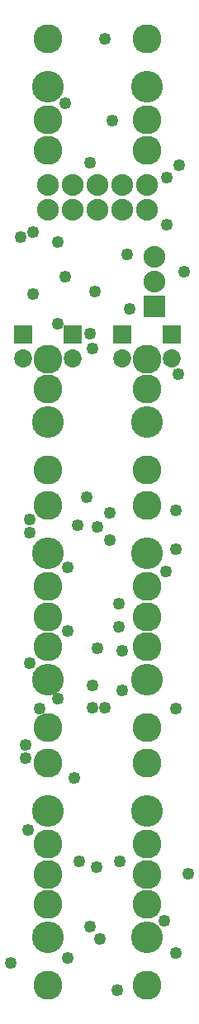
<source format=gbs>
G04 MADE WITH FRITZING*
G04 WWW.FRITZING.ORG*
G04 DOUBLE SIDED*
G04 HOLES PLATED*
G04 CONTOUR ON CENTER OF CONTOUR VECTOR*
%ASAXBY*%
%FSLAX23Y23*%
%MOIN*%
%OFA0B0*%
%SFA1.0B1.0*%
%ADD10C,0.049370*%
%ADD11C,0.088000*%
%ADD12C,0.072992*%
%ADD13C,0.117087*%
%ADD14C,0.128110*%
%ADD15R,0.088000X0.088000*%
%ADD16R,0.072992X0.072992*%
%LNMASK0*%
G90*
G70*
G54D10*
X156Y1176D03*
X371Y2631D03*
X231Y1216D03*
X756Y511D03*
X471Y41D03*
X441Y1966D03*
X441Y1856D03*
X491Y1411D03*
X716Y2526D03*
X706Y1976D03*
X706Y1821D03*
X706Y1176D03*
X116Y1886D03*
X116Y1361D03*
X101Y1031D03*
X361Y296D03*
X706Y191D03*
X666Y1731D03*
X401Y246D03*
X116Y1941D03*
X271Y1746D03*
X476Y1601D03*
X476Y1506D03*
X491Y1251D03*
X361Y2691D03*
X131Y3101D03*
X361Y3381D03*
X511Y3011D03*
X381Y2861D03*
X671Y3321D03*
X671Y3131D03*
X261Y2921D03*
X521Y2791D03*
X231Y2731D03*
X271Y1491D03*
X346Y2031D03*
X371Y1271D03*
X371Y1181D03*
X311Y1916D03*
X41Y151D03*
X421Y1181D03*
X391Y1911D03*
X131Y2851D03*
X481Y561D03*
X316Y561D03*
X231Y3061D03*
X261Y3621D03*
X421Y3881D03*
X81Y3081D03*
X391Y1421D03*
X721Y3371D03*
X451Y3551D03*
X741Y2941D03*
G54D11*
X621Y2801D03*
X621Y2901D03*
X621Y3001D03*
X621Y2801D03*
X621Y2901D03*
X621Y3001D03*
X591Y3291D03*
X491Y3291D03*
X391Y3291D03*
X291Y3291D03*
X191Y3291D03*
X591Y3291D03*
X491Y3291D03*
X391Y3291D03*
X291Y3291D03*
X191Y3291D03*
X191Y3191D03*
X291Y3191D03*
X391Y3191D03*
X491Y3191D03*
X591Y3191D03*
G54D12*
X691Y2689D03*
X691Y2591D03*
X691Y2689D03*
X691Y2591D03*
X491Y2689D03*
X491Y2591D03*
X491Y2689D03*
X491Y2591D03*
X91Y2689D03*
X91Y2591D03*
X91Y2689D03*
X91Y2591D03*
X291Y2689D03*
X291Y2591D03*
X291Y2689D03*
X291Y2591D03*
G54D13*
X191Y3432D03*
X191Y3554D03*
X191Y3881D03*
G54D14*
X191Y3687D03*
G54D13*
X191Y3432D03*
X191Y3554D03*
X191Y3881D03*
G54D14*
X191Y3687D03*
G54D13*
X591Y1549D03*
X591Y1671D03*
X591Y1997D03*
G54D14*
X591Y1804D03*
G54D13*
X591Y1549D03*
X591Y1671D03*
X591Y1997D03*
G54D14*
X591Y1804D03*
G54D13*
X591Y2589D03*
X591Y2467D03*
X591Y2141D03*
G54D14*
X590Y2334D03*
G54D13*
X591Y2589D03*
X591Y2467D03*
X591Y2141D03*
G54D14*
X590Y2334D03*
G54D13*
X591Y509D03*
X591Y631D03*
X591Y957D03*
G54D14*
X591Y764D03*
G54D13*
X591Y509D03*
X591Y631D03*
X591Y957D03*
G54D14*
X591Y764D03*
G54D13*
X591Y1549D03*
X591Y1427D03*
X591Y1101D03*
G54D14*
X590Y1294D03*
G54D13*
X591Y1549D03*
X591Y1427D03*
X591Y1101D03*
G54D14*
X590Y1294D03*
G54D13*
X591Y509D03*
X591Y387D03*
X591Y61D03*
G54D14*
X590Y254D03*
G54D13*
X591Y509D03*
X591Y387D03*
X591Y61D03*
G54D14*
X590Y254D03*
G54D13*
X191Y509D03*
X191Y387D03*
X191Y61D03*
G54D14*
X190Y254D03*
G54D13*
X191Y509D03*
X191Y387D03*
X191Y61D03*
G54D14*
X190Y254D03*
G54D13*
X191Y509D03*
X191Y631D03*
X191Y957D03*
G54D14*
X191Y764D03*
G54D13*
X191Y509D03*
X191Y631D03*
X191Y957D03*
G54D14*
X191Y764D03*
G54D13*
X191Y1549D03*
X191Y1427D03*
X191Y1101D03*
G54D14*
X190Y1294D03*
G54D13*
X191Y1549D03*
X191Y1427D03*
X191Y1101D03*
G54D14*
X190Y1294D03*
G54D13*
X191Y1549D03*
X191Y1671D03*
X191Y1997D03*
G54D14*
X191Y1804D03*
G54D13*
X191Y1549D03*
X191Y1671D03*
X191Y1997D03*
G54D14*
X191Y1804D03*
G54D13*
X191Y2589D03*
X191Y2467D03*
X191Y2141D03*
G54D14*
X190Y2334D03*
G54D13*
X191Y2589D03*
X191Y2467D03*
X191Y2141D03*
G54D14*
X190Y2334D03*
G54D13*
X591Y3432D03*
X591Y3554D03*
X591Y3881D03*
G54D14*
X591Y3687D03*
G54D13*
X591Y3432D03*
X591Y3554D03*
X591Y3881D03*
G54D14*
X591Y3687D03*
G54D10*
X661Y321D03*
X386Y536D03*
X271Y171D03*
X296Y896D03*
X111Y686D03*
X101Y976D03*
G54D15*
X621Y2801D03*
X621Y2801D03*
G54D16*
X691Y2689D03*
X691Y2689D03*
X491Y2689D03*
X491Y2689D03*
X91Y2689D03*
X91Y2689D03*
X291Y2689D03*
X291Y2689D03*
G04 End of Mask0*
M02*
</source>
